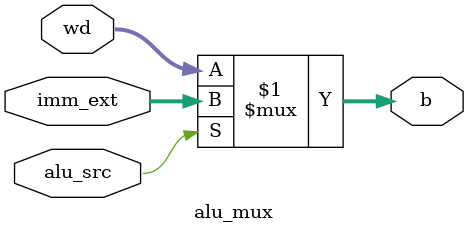
<source format=v>


module alu_mux #(
    parameter WIDTH = 32
) (
    input  wire [WIDTH-1:0] wd,       // register operand (rs2)
    input  wire [WIDTH-1:0] imm_ext,  // immediate, already sign/zero-extended
    input  wire             alu_src,  // select: 0 = wd (rs2), 1 = imm_ext
    output wire [WIDTH-1:0] b         // selected ALU B input
);

 
    assign b = (alu_src) ? imm_ext : wd;

endmodule

</source>
